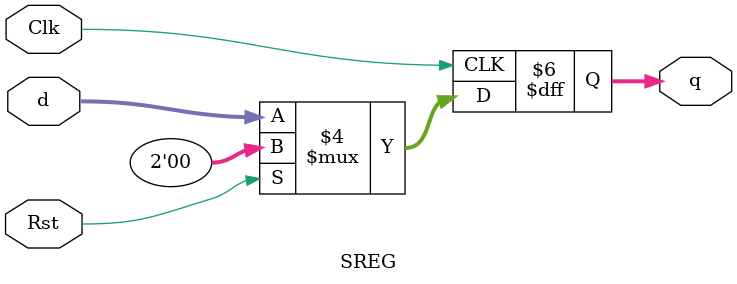
<source format=v>
`timescale 1ns / 1ps

  module SREG #(parameter DATAWIDTH = 2)(d,  Clk, Rst, q);
        input signed [DATAWIDTH-1:0] d;
        output reg signed[DATAWIDTH-1:0] q;
        input Clk, Rst;
        
          always @(posedge Clk) begin
              if(Rst == 1) //synchronous reset
                  q <= 0;
              else
                  q <= d;
          end

        
    endmodule
</source>
